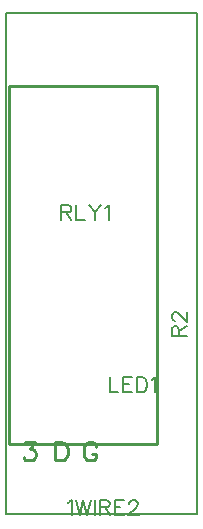
<source format=gbr>
G04 DipTrace 2.4.0.2*
%INtopsilk.gbr*%
%MOIN*%
%ADD10C,0.0098*%
%ADD11C,0.006*%
%ADD37C,0.0077*%
%ADD38C,0.0093*%
%FSLAX44Y44*%
G04*
G70*
G90*
G75*
G01*
%LNTopSilk*%
%LPD*%
X8994Y18177D2*
D10*
X4057D1*
Y6260D1*
X8994D1*
Y18177D1*
X6015Y4289D2*
D37*
X6063Y4313D1*
X6135Y4385D1*
Y3883D1*
X6289Y4385D2*
X6409Y3883D1*
X6528Y4385D1*
X6648Y3883D1*
X6768Y4385D1*
X6922D2*
Y3883D1*
X7076Y4146D2*
X7291D1*
X7363Y4170D1*
X7387Y4194D1*
X7411Y4242D1*
Y4290D1*
X7387Y4337D1*
X7363Y4362D1*
X7291Y4385D1*
X7076D1*
Y3883D1*
X7244Y4146D2*
X7411Y3883D1*
X7876Y4385D2*
X7566D1*
Y3883D1*
X7876D1*
X7566Y4146D2*
X7757D1*
X8055Y4265D2*
Y4289D1*
X8079Y4337D1*
X8103Y4361D1*
X8151Y4385D1*
X8246D1*
X8294Y4361D1*
X8318Y4337D1*
X8342Y4289D1*
Y4242D1*
X8318Y4194D1*
X8270Y4122D1*
X8031Y3883D1*
X8366D1*
X7407Y8485D2*
Y7983D1*
X7694D1*
X8159Y8485D2*
X7849D1*
Y7983D1*
X8159D1*
X7849Y8246D2*
X8040D1*
X8314Y8485D2*
Y7983D1*
X8481D1*
X8553Y8007D1*
X8601Y8055D1*
X8625Y8103D1*
X8649Y8174D1*
Y8294D1*
X8625Y8366D1*
X8601Y8413D1*
X8553Y8461D1*
X8481Y8485D1*
X8314D1*
X8803Y8389D2*
X8851Y8413D1*
X8923Y8485D1*
Y7983D1*
X9714Y9841D2*
Y10056D1*
X9690Y10128D1*
X9666Y10152D1*
X9618Y10176D1*
X9570D1*
X9523Y10152D1*
X9498Y10128D1*
X9475Y10056D1*
Y9841D1*
X9977D1*
X9714Y10008D2*
X9977Y10176D1*
X9595Y10355D2*
X9571D1*
X9523Y10378D1*
X9499Y10402D1*
X9475Y10450D1*
Y10546D1*
X9499Y10593D1*
X9523Y10617D1*
X9571Y10641D1*
X9618D1*
X9666Y10617D1*
X9738Y10570D1*
X9977Y10330D1*
Y10665D1*
X5794Y13982D2*
X6009D1*
X6081Y14007D1*
X6105Y14031D1*
X6129Y14078D1*
Y14126D1*
X6105Y14174D1*
X6081Y14198D1*
X6009Y14222D1*
X5794D1*
Y13719D1*
X5961Y13982D2*
X6129Y13719D1*
X6283Y14222D2*
Y13719D1*
X6570D1*
X6724Y14222D2*
X6916Y13982D1*
Y13719D1*
X7107Y14222D2*
X6916Y13982D1*
X7261Y14126D2*
X7309Y14150D1*
X7381Y14221D1*
Y13719D1*
X4592Y6312D2*
D38*
X4907D1*
X4735Y6083D1*
X4821D1*
X4878Y6054D1*
X4907Y6026D1*
X4936Y5940D1*
Y5883D1*
X4907Y5796D1*
X4850Y5739D1*
X4764Y5710D1*
X4677D1*
X4592Y5739D1*
X4563Y5768D1*
X4534Y5825D1*
X5597Y6313D2*
Y5710D1*
X5798D1*
X5884Y5739D1*
X5942Y5796D1*
X5970Y5854D1*
X5999Y5940D1*
Y6084D1*
X5970Y6170D1*
X5942Y6227D1*
X5884Y6285D1*
X5798Y6313D1*
X5597D1*
X6965Y6170D2*
X6936Y6227D1*
X6878Y6285D1*
X6821Y6313D1*
X6707D1*
X6649Y6285D1*
X6592Y6227D1*
X6563Y6170D1*
X6534Y6084D1*
Y5940D1*
X6563Y5854D1*
X6592Y5796D1*
X6649Y5739D1*
X6707Y5710D1*
X6821D1*
X6878Y5739D1*
X6936Y5796D1*
X6965Y5854D1*
Y5940D1*
X6821D1*
%LNBoardOutline*%
X3940Y3940D2*
D11*
X10316D1*
Y20629D1*
X3940D1*
Y3940D1*
M02*

</source>
